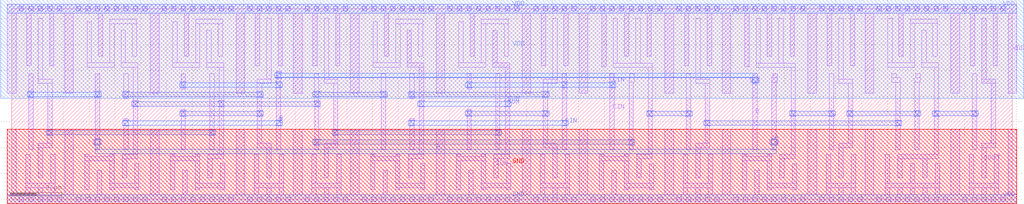
<source format=lef>
VERSION 5.7 ;
  NOWIREEXTENSIONATPIN ON ;
  DIVIDERCHAR "/" ;
  BUSBITCHARS "[]" ;
MACRO FA
  CLASS CORE ;
  FOREIGN FA ;
  ORIGIN 0.000 0.000 ;
  SIZE 38.850 BY 7.400 ;
  SYMMETRY X Y R90 ;
  SITE unitrh ;
  PIN SUM
    DIRECTION OUTPUT ;
    USE SIGNAL ;
    ANTENNADIFFAREA 1.543800 ;
    PORT
      LAYER li1 ;
        RECT 15.345 5.290 15.515 6.560 ;
        RECT 18.675 5.290 18.845 6.560 ;
        RECT 15.345 5.120 15.995 5.290 ;
        RECT 18.675 5.120 19.325 5.290 ;
        RECT 15.825 1.740 15.995 5.120 ;
        RECT 19.155 1.740 19.325 5.120 ;
        RECT 15.385 1.570 15.995 1.740 ;
        RECT 18.715 1.570 19.325 1.740 ;
        RECT 15.385 0.840 15.555 1.570 ;
        RECT 18.715 0.840 18.885 1.570 ;
      LAYER mcon ;
        RECT 15.825 3.615 15.995 3.785 ;
        RECT 19.155 3.615 19.325 3.785 ;
      LAYER met1 ;
        RECT 15.795 3.785 16.025 3.815 ;
        RECT 19.125 3.785 19.355 3.815 ;
        RECT 15.765 3.615 19.385 3.785 ;
        RECT 15.795 3.585 16.025 3.615 ;
        RECT 19.125 3.585 19.355 3.615 ;
    END
  END SUM
  PIN COUT
    DIRECTION OUTPUT ;
    USE SIGNAL ;
    ANTENNADIFFAREA 0.771900 ;
    PORT
      LAYER li1 ;
        RECT 37.660 4.665 37.830 7.020 ;
        RECT 37.660 4.495 38.195 4.665 ;
        RECT 38.025 2.165 38.195 4.495 ;
        RECT 37.655 1.995 38.195 2.165 ;
        RECT 37.655 0.840 37.825 1.995 ;
    END
  END COUT
  PIN A
    DIRECTION INPUT ;
    USE SIGNAL ;
    ANTENNAGATEAREA 3.087750 ;
    PORT
      LAYER li1 ;
        RECT 0.655 1.920 0.825 4.865 ;
        RECT 3.245 2.305 3.415 4.865 ;
        RECT 29.545 4.710 29.715 4.865 ;
        RECT 29.515 4.535 29.715 4.710 ;
        RECT 29.515 2.305 29.685 4.535 ;
        RECT 3.165 2.135 3.495 2.305 ;
        RECT 29.435 2.135 29.765 2.305 ;
        RECT 3.245 1.920 3.415 2.135 ;
        RECT 29.515 1.915 29.685 2.135 ;
      LAYER mcon ;
        RECT 0.655 3.985 0.825 4.155 ;
        RECT 3.245 3.985 3.415 4.155 ;
        RECT 3.245 2.135 3.415 2.305 ;
        RECT 29.515 2.135 29.685 2.305 ;
      LAYER met1 ;
        RECT 0.625 4.155 0.855 4.185 ;
        RECT 3.215 4.155 3.445 4.185 ;
        RECT 0.595 3.985 3.475 4.155 ;
        RECT 0.625 3.955 0.855 3.985 ;
        RECT 3.215 3.955 3.445 3.985 ;
        RECT 3.245 2.335 3.415 2.365 ;
        RECT 29.515 2.335 29.685 2.365 ;
        RECT 3.215 2.105 3.445 2.335 ;
        RECT 29.485 2.105 29.715 2.335 ;
        RECT 3.245 1.935 3.415 2.105 ;
        RECT 29.515 1.935 29.685 2.105 ;
        RECT 3.245 1.765 29.685 1.935 ;
    END
  END A
  PIN B
    DIRECTION INPUT ;
    USE SIGNAL ;
    ANTENNAGATEAREA 3.087750 ;
    PORT
      LAYER li1 ;
        RECT 6.575 4.275 6.745 4.865 ;
        RECT 4.355 1.920 4.525 3.125 ;
        RECT 10.275 1.920 10.445 4.975 ;
        RECT 28.775 4.715 28.945 4.895 ;
        RECT 28.695 4.545 29.025 4.715 ;
        RECT 28.775 1.915 28.945 4.545 ;
      LAYER mcon ;
        RECT 6.575 4.355 6.745 4.525 ;
        RECT 10.275 4.725 10.445 4.895 ;
        RECT 28.775 4.545 28.945 4.715 ;
        RECT 10.275 4.355 10.445 4.525 ;
        RECT 4.355 2.875 4.525 3.045 ;
        RECT 10.275 2.875 10.445 3.045 ;
      LAYER met1 ;
        RECT 10.245 4.895 10.475 4.925 ;
        RECT 10.215 4.745 28.945 4.895 ;
        RECT 10.215 4.725 28.975 4.745 ;
        RECT 10.245 4.695 10.475 4.725 ;
        RECT 6.545 4.525 6.775 4.555 ;
        RECT 10.245 4.525 10.475 4.555 ;
        RECT 6.515 4.355 10.505 4.525 ;
        RECT 28.745 4.515 28.975 4.725 ;
        RECT 28.775 4.485 28.945 4.515 ;
        RECT 6.545 4.325 6.775 4.355 ;
        RECT 10.245 4.325 10.475 4.355 ;
        RECT 4.325 3.045 4.555 3.075 ;
        RECT 10.245 3.045 10.475 3.075 ;
        RECT 4.295 2.875 10.505 3.045 ;
        RECT 4.325 2.845 4.555 2.875 ;
        RECT 10.245 2.845 10.475 2.875 ;
    END
  END B
  PIN CIN
    DIRECTION INPUT ;
    USE SIGNAL ;
    ANTENNAGATEAREA 3.087750 ;
    PORT
      LAYER li1 ;
        RECT 17.675 4.275 17.845 4.865 ;
        RECT 15.455 1.920 15.625 3.125 ;
        RECT 21.375 1.920 21.545 4.865 ;
        RECT 23.225 1.915 23.395 4.865 ;
      LAYER mcon ;
        RECT 17.675 4.355 17.845 4.525 ;
        RECT 21.375 4.355 21.545 4.525 ;
        RECT 15.455 2.875 15.625 3.045 ;
        RECT 21.375 2.875 21.545 3.045 ;
        RECT 23.225 4.355 23.395 4.525 ;
      LAYER met1 ;
        RECT 17.645 4.525 17.875 4.555 ;
        RECT 21.345 4.525 21.575 4.555 ;
        RECT 23.195 4.525 23.425 4.555 ;
        RECT 17.615 4.355 23.455 4.525 ;
        RECT 17.645 4.325 17.875 4.355 ;
        RECT 21.345 4.325 21.575 4.355 ;
        RECT 23.195 4.325 23.425 4.355 ;
        RECT 15.425 3.045 15.655 3.075 ;
        RECT 21.345 3.045 21.575 3.075 ;
        RECT 15.395 2.875 21.605 3.045 ;
        RECT 15.425 2.845 15.655 2.875 ;
        RECT 21.345 2.845 21.575 2.875 ;
    END
  END CIN
  PIN VDD
    DIRECTION INOUT ;
    USE POWER ;
    SHAPE ABUTMENT ;
    PORT
      LAYER nwell ;
        RECT -0.435 3.930 39.285 7.750 ;
      LAYER li1 ;
        RECT -0.170 7.230 39.020 7.570 ;
        RECT -0.170 4.110 0.170 7.230 ;
        RECT 0.590 5.185 0.760 7.230 ;
        RECT 1.470 5.185 1.640 7.230 ;
        RECT 2.050 4.110 2.390 7.230 ;
        RECT 3.365 5.550 3.535 7.230 ;
        RECT 5.380 4.110 5.720 7.230 ;
        RECT 6.695 5.550 6.865 7.230 ;
        RECT 8.710 4.110 9.050 7.230 ;
        RECT 9.460 5.185 9.630 7.230 ;
        RECT 10.340 5.185 10.510 7.230 ;
        RECT 10.930 4.110 11.270 7.230 ;
        RECT 11.690 5.185 11.860 7.230 ;
        RECT 12.570 5.185 12.740 7.230 ;
        RECT 13.150 4.110 13.490 7.230 ;
        RECT 14.465 5.550 14.635 7.230 ;
        RECT 16.480 4.110 16.820 7.230 ;
        RECT 17.795 5.550 17.965 7.230 ;
        RECT 19.810 4.110 20.150 7.230 ;
        RECT 20.560 5.185 20.730 7.230 ;
        RECT 21.440 5.185 21.610 7.230 ;
        RECT 22.030 4.110 22.370 7.230 ;
        RECT 22.905 5.135 23.075 7.230 ;
        RECT 23.785 5.555 23.955 7.230 ;
        RECT 24.665 5.555 24.835 7.230 ;
        RECT 25.360 4.110 25.700 7.230 ;
        RECT 26.120 5.185 26.290 7.230 ;
        RECT 27.000 5.185 27.170 7.230 ;
        RECT 27.580 4.110 27.920 7.230 ;
        RECT 28.455 5.135 28.625 7.230 ;
        RECT 29.335 5.555 29.505 7.230 ;
        RECT 30.215 5.555 30.385 7.230 ;
        RECT 30.910 4.110 31.250 7.230 ;
        RECT 31.670 5.185 31.840 7.230 ;
        RECT 32.550 5.185 32.720 7.230 ;
        RECT 33.130 4.110 33.470 7.230 ;
        RECT 34.445 5.555 34.615 7.230 ;
        RECT 36.460 4.110 36.800 7.230 ;
        RECT 37.220 5.185 37.390 7.230 ;
        RECT 38.100 5.185 38.270 7.230 ;
        RECT 38.680 4.110 39.020 7.230 ;
      LAYER mcon ;
        RECT 0.285 7.315 0.455 7.485 ;
        RECT 0.655 7.315 0.825 7.485 ;
        RECT 1.025 7.315 1.195 7.485 ;
        RECT 1.395 7.315 1.565 7.485 ;
        RECT 1.765 7.315 1.935 7.485 ;
        RECT 2.505 7.315 2.675 7.485 ;
        RECT 2.875 7.315 3.045 7.485 ;
        RECT 3.245 7.315 3.415 7.485 ;
        RECT 3.615 7.315 3.785 7.485 ;
        RECT 3.985 7.315 4.155 7.485 ;
        RECT 4.355 7.315 4.525 7.485 ;
        RECT 4.725 7.315 4.895 7.485 ;
        RECT 5.095 7.315 5.265 7.485 ;
        RECT 5.835 7.315 6.005 7.485 ;
        RECT 6.205 7.315 6.375 7.485 ;
        RECT 6.575 7.315 6.745 7.485 ;
        RECT 6.945 7.315 7.115 7.485 ;
        RECT 7.315 7.315 7.485 7.485 ;
        RECT 7.685 7.315 7.855 7.485 ;
        RECT 8.055 7.315 8.225 7.485 ;
        RECT 8.425 7.315 8.595 7.485 ;
        RECT 9.165 7.315 9.335 7.485 ;
        RECT 9.535 7.315 9.705 7.485 ;
        RECT 9.905 7.315 10.075 7.485 ;
        RECT 10.275 7.315 10.445 7.485 ;
        RECT 10.645 7.315 10.815 7.485 ;
        RECT 11.385 7.315 11.555 7.485 ;
        RECT 11.755 7.315 11.925 7.485 ;
        RECT 12.125 7.315 12.295 7.485 ;
        RECT 12.495 7.315 12.665 7.485 ;
        RECT 12.865 7.315 13.035 7.485 ;
        RECT 13.605 7.315 13.775 7.485 ;
        RECT 13.975 7.315 14.145 7.485 ;
        RECT 14.345 7.315 14.515 7.485 ;
        RECT 14.715 7.315 14.885 7.485 ;
        RECT 15.085 7.315 15.255 7.485 ;
        RECT 15.455 7.315 15.625 7.485 ;
        RECT 15.825 7.315 15.995 7.485 ;
        RECT 16.195 7.315 16.365 7.485 ;
        RECT 16.935 7.315 17.105 7.485 ;
        RECT 17.305 7.315 17.475 7.485 ;
        RECT 17.675 7.315 17.845 7.485 ;
        RECT 18.045 7.315 18.215 7.485 ;
        RECT 18.415 7.315 18.585 7.485 ;
        RECT 18.785 7.315 18.955 7.485 ;
        RECT 19.155 7.315 19.325 7.485 ;
        RECT 19.525 7.315 19.695 7.485 ;
        RECT 20.265 7.315 20.435 7.485 ;
        RECT 20.635 7.315 20.805 7.485 ;
        RECT 21.005 7.315 21.175 7.485 ;
        RECT 21.375 7.315 21.545 7.485 ;
        RECT 21.745 7.315 21.915 7.485 ;
        RECT 22.485 7.315 22.655 7.485 ;
        RECT 22.855 7.315 23.025 7.485 ;
        RECT 23.225 7.315 23.395 7.485 ;
        RECT 23.595 7.315 23.765 7.485 ;
        RECT 23.965 7.315 24.135 7.485 ;
        RECT 24.335 7.315 24.505 7.485 ;
        RECT 24.705 7.315 24.875 7.485 ;
        RECT 25.075 7.315 25.245 7.485 ;
        RECT 25.815 7.315 25.985 7.485 ;
        RECT 26.185 7.315 26.355 7.485 ;
        RECT 26.555 7.315 26.725 7.485 ;
        RECT 26.925 7.315 27.095 7.485 ;
        RECT 27.295 7.315 27.465 7.485 ;
        RECT 28.035 7.315 28.205 7.485 ;
        RECT 28.405 7.315 28.575 7.485 ;
        RECT 28.775 7.315 28.945 7.485 ;
        RECT 29.145 7.315 29.315 7.485 ;
        RECT 29.515 7.315 29.685 7.485 ;
        RECT 29.885 7.315 30.055 7.485 ;
        RECT 30.255 7.315 30.425 7.485 ;
        RECT 30.625 7.315 30.795 7.485 ;
        RECT 31.365 7.315 31.535 7.485 ;
        RECT 31.735 7.315 31.905 7.485 ;
        RECT 32.105 7.315 32.275 7.485 ;
        RECT 32.475 7.315 32.645 7.485 ;
        RECT 32.845 7.315 33.015 7.485 ;
        RECT 33.585 7.315 33.755 7.485 ;
        RECT 33.955 7.315 34.125 7.485 ;
        RECT 34.325 7.315 34.495 7.485 ;
        RECT 34.695 7.315 34.865 7.485 ;
        RECT 35.065 7.315 35.235 7.485 ;
        RECT 35.435 7.315 35.605 7.485 ;
        RECT 35.805 7.315 35.975 7.485 ;
        RECT 36.175 7.315 36.345 7.485 ;
        RECT 36.915 7.315 37.085 7.485 ;
        RECT 37.285 7.315 37.455 7.485 ;
        RECT 37.655 7.315 37.825 7.485 ;
        RECT 38.025 7.315 38.195 7.485 ;
        RECT 38.395 7.315 38.565 7.485 ;
      LAYER met1 ;
        RECT -0.170 7.230 39.020 7.570 ;
    END
  END VDD
  PIN GND
    DIRECTION INOUT ;
    USE GROUND ;
    SHAPE ABUTMENT ;
    PORT
      LAYER pwell ;
        RECT -0.170 -0.170 39.020 2.720 ;
      LAYER li1 ;
        RECT -0.170 0.170 0.170 2.720 ;
        RECT 0.545 0.620 0.715 1.750 ;
        RECT 1.515 0.620 1.685 1.750 ;
        RECT 0.545 0.450 1.685 0.620 ;
        RECT 0.545 0.170 0.715 0.450 ;
        RECT 1.030 0.170 1.200 0.450 ;
        RECT 1.515 0.170 1.685 0.450 ;
        RECT 2.050 0.170 2.390 2.720 ;
        RECT 3.315 0.170 3.485 1.125 ;
        RECT 5.380 0.170 5.720 2.720 ;
        RECT 6.645 0.170 6.815 1.125 ;
        RECT 8.710 0.170 9.050 2.720 ;
        RECT 9.415 0.620 9.585 1.750 ;
        RECT 10.385 0.620 10.555 1.750 ;
        RECT 9.415 0.450 10.555 0.620 ;
        RECT 9.415 0.170 9.585 0.450 ;
        RECT 9.900 0.170 10.070 0.450 ;
        RECT 10.385 0.170 10.555 0.450 ;
        RECT 10.930 0.170 11.270 2.720 ;
        RECT 11.645 0.620 11.815 1.750 ;
        RECT 12.615 0.620 12.785 1.750 ;
        RECT 11.645 0.450 12.785 0.620 ;
        RECT 11.645 0.170 11.815 0.450 ;
        RECT 12.130 0.170 12.300 0.450 ;
        RECT 12.615 0.170 12.785 0.450 ;
        RECT 13.150 0.170 13.490 2.720 ;
        RECT 14.415 0.170 14.585 1.125 ;
        RECT 16.480 0.170 16.820 2.720 ;
        RECT 17.745 0.170 17.915 1.125 ;
        RECT 19.810 0.170 20.150 2.720 ;
        RECT 20.515 0.620 20.685 1.750 ;
        RECT 21.485 0.620 21.655 1.750 ;
        RECT 20.515 0.450 21.655 0.620 ;
        RECT 20.515 0.170 20.685 0.450 ;
        RECT 21.000 0.170 21.170 0.450 ;
        RECT 21.485 0.170 21.655 0.450 ;
        RECT 22.030 0.170 22.370 2.720 ;
        RECT 23.295 0.170 23.465 1.120 ;
        RECT 25.360 0.170 25.700 2.720 ;
        RECT 26.075 0.620 26.245 1.750 ;
        RECT 27.045 0.620 27.215 1.750 ;
        RECT 26.075 0.450 27.215 0.620 ;
        RECT 26.075 0.170 26.245 0.450 ;
        RECT 26.560 0.170 26.730 0.450 ;
        RECT 27.045 0.170 27.215 0.450 ;
        RECT 27.580 0.170 27.920 2.720 ;
        RECT 28.845 0.170 29.015 1.120 ;
        RECT 30.910 0.170 31.250 2.720 ;
        RECT 31.625 0.620 31.795 1.750 ;
        RECT 32.595 0.620 32.765 1.750 ;
        RECT 31.625 0.450 32.765 0.620 ;
        RECT 31.625 0.170 31.795 0.450 ;
        RECT 32.110 0.170 32.280 0.450 ;
        RECT 32.595 0.170 32.765 0.450 ;
        RECT 33.130 0.170 33.470 2.720 ;
        RECT 33.910 0.615 34.080 1.745 ;
        RECT 34.880 0.615 35.050 1.390 ;
        RECT 35.850 0.615 36.020 1.390 ;
        RECT 33.910 0.445 36.020 0.615 ;
        RECT 33.910 0.170 34.080 0.445 ;
        RECT 34.395 0.170 34.565 0.445 ;
        RECT 34.880 0.170 35.050 0.445 ;
        RECT 35.365 0.170 35.535 0.445 ;
        RECT 35.850 0.170 36.020 0.445 ;
        RECT 36.460 0.170 36.800 2.720 ;
        RECT 37.175 0.620 37.345 1.750 ;
        RECT 38.145 0.620 38.315 1.750 ;
        RECT 37.175 0.450 38.315 0.620 ;
        RECT 37.175 0.170 37.345 0.450 ;
        RECT 37.660 0.170 37.830 0.450 ;
        RECT 38.145 0.170 38.315 0.450 ;
        RECT 38.680 0.170 39.020 2.720 ;
        RECT -0.170 -0.170 39.020 0.170 ;
      LAYER mcon ;
        RECT 0.285 -0.085 0.455 0.085 ;
        RECT 0.655 -0.085 0.825 0.085 ;
        RECT 1.025 -0.085 1.195 0.085 ;
        RECT 1.395 -0.085 1.565 0.085 ;
        RECT 1.765 -0.085 1.935 0.085 ;
        RECT 2.505 -0.085 2.675 0.085 ;
        RECT 2.875 -0.085 3.045 0.085 ;
        RECT 3.245 -0.085 3.415 0.085 ;
        RECT 3.615 -0.085 3.785 0.085 ;
        RECT 3.985 -0.085 4.155 0.085 ;
        RECT 4.355 -0.085 4.525 0.085 ;
        RECT 4.725 -0.085 4.895 0.085 ;
        RECT 5.095 -0.085 5.265 0.085 ;
        RECT 5.835 -0.085 6.005 0.085 ;
        RECT 6.205 -0.085 6.375 0.085 ;
        RECT 6.575 -0.085 6.745 0.085 ;
        RECT 6.945 -0.085 7.115 0.085 ;
        RECT 7.315 -0.085 7.485 0.085 ;
        RECT 7.685 -0.085 7.855 0.085 ;
        RECT 8.055 -0.085 8.225 0.085 ;
        RECT 8.425 -0.085 8.595 0.085 ;
        RECT 9.165 -0.085 9.335 0.085 ;
        RECT 9.535 -0.085 9.705 0.085 ;
        RECT 9.905 -0.085 10.075 0.085 ;
        RECT 10.275 -0.085 10.445 0.085 ;
        RECT 10.645 -0.085 10.815 0.085 ;
        RECT 11.385 -0.085 11.555 0.085 ;
        RECT 11.755 -0.085 11.925 0.085 ;
        RECT 12.125 -0.085 12.295 0.085 ;
        RECT 12.495 -0.085 12.665 0.085 ;
        RECT 12.865 -0.085 13.035 0.085 ;
        RECT 13.605 -0.085 13.775 0.085 ;
        RECT 13.975 -0.085 14.145 0.085 ;
        RECT 14.345 -0.085 14.515 0.085 ;
        RECT 14.715 -0.085 14.885 0.085 ;
        RECT 15.085 -0.085 15.255 0.085 ;
        RECT 15.455 -0.085 15.625 0.085 ;
        RECT 15.825 -0.085 15.995 0.085 ;
        RECT 16.195 -0.085 16.365 0.085 ;
        RECT 16.935 -0.085 17.105 0.085 ;
        RECT 17.305 -0.085 17.475 0.085 ;
        RECT 17.675 -0.085 17.845 0.085 ;
        RECT 18.045 -0.085 18.215 0.085 ;
        RECT 18.415 -0.085 18.585 0.085 ;
        RECT 18.785 -0.085 18.955 0.085 ;
        RECT 19.155 -0.085 19.325 0.085 ;
        RECT 19.525 -0.085 19.695 0.085 ;
        RECT 20.265 -0.085 20.435 0.085 ;
        RECT 20.635 -0.085 20.805 0.085 ;
        RECT 21.005 -0.085 21.175 0.085 ;
        RECT 21.375 -0.085 21.545 0.085 ;
        RECT 21.745 -0.085 21.915 0.085 ;
        RECT 22.485 -0.085 22.655 0.085 ;
        RECT 22.855 -0.085 23.025 0.085 ;
        RECT 23.225 -0.085 23.395 0.085 ;
        RECT 23.595 -0.085 23.765 0.085 ;
        RECT 23.965 -0.085 24.135 0.085 ;
        RECT 24.335 -0.085 24.505 0.085 ;
        RECT 24.705 -0.085 24.875 0.085 ;
        RECT 25.075 -0.085 25.245 0.085 ;
        RECT 25.815 -0.085 25.985 0.085 ;
        RECT 26.185 -0.085 26.355 0.085 ;
        RECT 26.555 -0.085 26.725 0.085 ;
        RECT 26.925 -0.085 27.095 0.085 ;
        RECT 27.295 -0.085 27.465 0.085 ;
        RECT 28.035 -0.085 28.205 0.085 ;
        RECT 28.405 -0.085 28.575 0.085 ;
        RECT 28.775 -0.085 28.945 0.085 ;
        RECT 29.145 -0.085 29.315 0.085 ;
        RECT 29.515 -0.085 29.685 0.085 ;
        RECT 29.885 -0.085 30.055 0.085 ;
        RECT 30.255 -0.085 30.425 0.085 ;
        RECT 30.625 -0.085 30.795 0.085 ;
        RECT 31.365 -0.085 31.535 0.085 ;
        RECT 31.735 -0.085 31.905 0.085 ;
        RECT 32.105 -0.085 32.275 0.085 ;
        RECT 32.475 -0.085 32.645 0.085 ;
        RECT 32.845 -0.085 33.015 0.085 ;
        RECT 33.585 -0.085 33.755 0.085 ;
        RECT 33.955 -0.085 34.125 0.085 ;
        RECT 34.325 -0.085 34.495 0.085 ;
        RECT 34.695 -0.085 34.865 0.085 ;
        RECT 35.065 -0.085 35.235 0.085 ;
        RECT 35.435 -0.085 35.605 0.085 ;
        RECT 35.805 -0.085 35.975 0.085 ;
        RECT 36.175 -0.085 36.345 0.085 ;
        RECT 36.915 -0.085 37.085 0.085 ;
        RECT 37.285 -0.085 37.455 0.085 ;
        RECT 37.655 -0.085 37.825 0.085 ;
        RECT 38.025 -0.085 38.195 0.085 ;
        RECT 38.395 -0.085 38.565 0.085 ;
      LAYER met1 ;
        RECT -0.170 -0.170 39.020 0.170 ;
    END
  END GND
  OBS
      LAYER li1 ;
        RECT 1.030 4.665 1.200 7.020 ;
        RECT 2.925 5.290 3.095 6.900 ;
        RECT 3.805 6.820 4.855 6.990 ;
        RECT 3.805 5.290 3.975 6.820 ;
        RECT 2.925 5.120 3.975 5.290 ;
        RECT 4.245 5.290 4.415 6.560 ;
        RECT 4.685 5.550 4.855 6.820 ;
        RECT 6.255 5.290 6.425 6.900 ;
        RECT 7.135 6.820 8.185 6.990 ;
        RECT 7.135 5.290 7.305 6.820 ;
        RECT 4.245 5.120 4.895 5.290 ;
        RECT 6.255 5.120 7.305 5.290 ;
        RECT 7.575 5.290 7.745 6.560 ;
        RECT 8.015 5.550 8.185 6.820 ;
        RECT 7.575 5.120 8.225 5.290 ;
        RECT 1.030 4.495 1.565 4.665 ;
        RECT 1.395 2.165 1.565 4.495 ;
        RECT 4.355 3.905 4.525 4.865 ;
        RECT 1.025 1.995 1.565 2.165 ;
        RECT 1.025 0.840 1.195 1.995 ;
        RECT 2.830 1.670 3.000 1.750 ;
        RECT 3.800 1.670 3.970 1.750 ;
        RECT 4.725 1.740 4.895 5.120 ;
        RECT 6.575 1.920 6.745 3.495 ;
        RECT 7.685 1.920 7.855 4.865 ;
        RECT 2.830 1.500 3.970 1.670 ;
        RECT 2.830 0.370 3.000 1.500 ;
        RECT 3.800 0.620 3.970 1.500 ;
        RECT 4.285 1.570 4.895 1.740 ;
        RECT 6.160 1.670 6.330 1.750 ;
        RECT 7.130 1.670 7.300 1.750 ;
        RECT 8.055 1.740 8.225 5.120 ;
        RECT 9.900 4.665 10.070 7.020 ;
        RECT 9.535 4.495 10.070 4.665 ;
        RECT 9.535 2.165 9.705 4.495 ;
        RECT 9.535 1.995 10.075 2.165 ;
        RECT 4.285 0.840 4.455 1.570 ;
        RECT 6.160 1.500 7.300 1.670 ;
        RECT 4.770 0.620 4.940 1.390 ;
        RECT 3.800 0.450 4.940 0.620 ;
        RECT 3.800 0.370 3.970 0.450 ;
        RECT 4.770 0.370 4.940 0.450 ;
        RECT 6.160 0.370 6.330 1.500 ;
        RECT 7.130 0.620 7.300 1.500 ;
        RECT 7.615 1.570 8.225 1.740 ;
        RECT 7.615 0.840 7.785 1.570 ;
        RECT 8.100 0.620 8.270 1.390 ;
        RECT 9.905 0.840 10.075 1.995 ;
        RECT 11.755 1.920 11.925 4.865 ;
        RECT 12.130 4.665 12.300 7.020 ;
        RECT 14.025 5.290 14.195 6.900 ;
        RECT 14.905 6.820 15.955 6.990 ;
        RECT 14.905 5.290 15.075 6.820 ;
        RECT 15.785 5.550 15.955 6.820 ;
        RECT 14.025 5.120 15.075 5.290 ;
        RECT 17.355 5.290 17.525 6.900 ;
        RECT 18.235 6.820 19.285 6.990 ;
        RECT 18.235 5.290 18.405 6.820 ;
        RECT 19.115 5.550 19.285 6.820 ;
        RECT 17.355 5.120 18.405 5.290 ;
        RECT 12.130 4.495 12.665 4.665 ;
        RECT 12.495 2.165 12.665 4.495 ;
        RECT 12.125 1.995 12.665 2.165 ;
        RECT 12.125 0.840 12.295 1.995 ;
        RECT 14.345 1.920 14.515 4.865 ;
        RECT 15.455 3.905 15.625 4.865 ;
        RECT 17.675 1.920 17.845 3.495 ;
        RECT 18.785 1.920 18.955 4.865 ;
        RECT 21.000 4.665 21.170 7.020 ;
        RECT 23.345 5.285 23.515 7.020 ;
        RECT 24.225 5.285 24.395 7.020 ;
        RECT 23.345 5.115 24.875 5.285 ;
        RECT 23.995 4.710 24.165 4.865 ;
        RECT 20.635 4.495 21.170 4.665 ;
        RECT 23.965 4.535 24.165 4.710 ;
        RECT 20.635 2.165 20.805 4.495 ;
        RECT 20.635 1.995 21.175 2.165 ;
        RECT 13.930 1.670 14.100 1.750 ;
        RECT 14.900 1.670 15.070 1.750 ;
        RECT 13.930 1.500 15.070 1.670 ;
        RECT 7.130 0.450 8.270 0.620 ;
        RECT 7.130 0.370 7.300 0.450 ;
        RECT 8.100 0.370 8.270 0.450 ;
        RECT 13.930 0.370 14.100 1.500 ;
        RECT 14.900 0.620 15.070 1.500 ;
        RECT 17.260 1.670 17.430 1.750 ;
        RECT 18.230 1.670 18.400 1.750 ;
        RECT 17.260 1.500 18.400 1.670 ;
        RECT 15.870 0.620 16.040 1.390 ;
        RECT 14.900 0.450 16.040 0.620 ;
        RECT 14.900 0.370 15.070 0.450 ;
        RECT 15.870 0.370 16.040 0.450 ;
        RECT 17.260 0.370 17.430 1.500 ;
        RECT 18.230 0.620 18.400 1.500 ;
        RECT 19.200 0.620 19.370 1.390 ;
        RECT 21.005 0.840 21.175 1.995 ;
        RECT 23.965 1.915 24.135 4.535 ;
        RECT 22.810 1.665 22.980 1.745 ;
        RECT 23.780 1.665 23.950 1.745 ;
        RECT 24.705 1.740 24.875 5.115 ;
        RECT 26.185 1.920 26.355 4.865 ;
        RECT 26.560 4.665 26.730 7.020 ;
        RECT 28.895 5.285 29.065 7.020 ;
        RECT 29.775 5.285 29.945 7.020 ;
        RECT 28.895 5.115 30.425 5.285 ;
        RECT 26.560 4.495 27.095 4.665 ;
        RECT 26.925 2.165 27.095 4.495 ;
        RECT 26.555 1.995 27.095 2.165 ;
        RECT 22.810 1.495 23.950 1.665 ;
        RECT 18.230 0.450 19.370 0.620 ;
        RECT 18.230 0.370 18.400 0.450 ;
        RECT 19.200 0.370 19.370 0.450 ;
        RECT 22.810 0.365 22.980 1.495 ;
        RECT 23.780 0.615 23.950 1.495 ;
        RECT 24.265 1.570 24.875 1.740 ;
        RECT 24.265 0.835 24.435 1.570 ;
        RECT 24.750 0.615 24.920 1.385 ;
        RECT 26.555 0.840 26.725 1.995 ;
        RECT 28.360 1.665 28.530 1.745 ;
        RECT 29.330 1.665 29.500 1.745 ;
        RECT 30.255 1.740 30.425 5.115 ;
        RECT 31.735 1.920 31.905 4.865 ;
        RECT 32.110 4.665 32.280 7.020 ;
        RECT 34.005 5.295 34.175 7.025 ;
        RECT 34.885 6.825 35.935 6.995 ;
        RECT 34.885 5.295 35.055 6.825 ;
        RECT 34.005 5.125 35.055 5.295 ;
        RECT 35.325 5.295 35.495 6.565 ;
        RECT 35.765 5.555 35.935 6.825 ;
        RECT 35.325 5.125 35.975 5.295 ;
        RECT 34.170 4.710 34.340 4.870 ;
        RECT 35.100 4.710 35.270 4.870 ;
        RECT 32.110 4.495 32.645 4.665 ;
        RECT 34.170 4.540 34.495 4.710 ;
        RECT 32.475 2.165 32.645 4.495 ;
        RECT 32.105 1.995 32.645 2.165 ;
        RECT 28.360 1.495 29.500 1.665 ;
        RECT 23.780 0.445 24.920 0.615 ;
        RECT 23.780 0.365 23.950 0.445 ;
        RECT 24.750 0.365 24.920 0.445 ;
        RECT 28.360 0.365 28.530 1.495 ;
        RECT 29.330 0.615 29.500 1.495 ;
        RECT 29.815 1.570 30.425 1.740 ;
        RECT 29.815 0.835 29.985 1.570 ;
        RECT 30.300 0.615 30.470 1.385 ;
        RECT 32.105 0.840 32.275 1.995 ;
        RECT 34.325 1.915 34.495 4.540 ;
        RECT 35.065 4.540 35.270 4.710 ;
        RECT 35.065 1.915 35.235 4.540 ;
        RECT 35.805 1.740 35.975 5.125 ;
        RECT 37.285 1.920 37.455 4.865 ;
        RECT 34.395 1.570 35.975 1.740 ;
        RECT 34.395 0.835 34.565 1.570 ;
        RECT 35.365 0.835 35.535 1.570 ;
        RECT 29.330 0.445 30.470 0.615 ;
        RECT 29.330 0.365 29.500 0.445 ;
        RECT 30.300 0.365 30.470 0.445 ;
      LAYER mcon ;
        RECT 4.355 3.985 4.525 4.155 ;
        RECT 1.395 2.505 1.565 2.675 ;
        RECT 4.725 3.615 4.895 3.785 ;
        RECT 6.575 3.245 6.745 3.415 ;
        RECT 7.685 2.505 7.855 2.675 ;
        RECT 8.055 3.615 8.225 3.785 ;
        RECT 9.535 3.985 9.705 4.155 ;
        RECT 9.535 3.245 9.705 3.415 ;
        RECT 11.755 3.985 11.925 4.155 ;
        RECT 11.755 3.615 11.925 3.785 ;
        RECT 11.755 2.135 11.925 2.305 ;
        RECT 12.495 2.505 12.665 2.675 ;
        RECT 14.345 3.985 14.515 4.155 ;
        RECT 15.455 3.985 15.625 4.155 ;
        RECT 17.675 3.245 17.845 3.415 ;
        RECT 18.785 2.505 18.955 2.675 ;
        RECT 20.635 3.985 20.805 4.155 ;
        RECT 20.635 3.245 20.805 3.415 ;
        RECT 23.965 2.135 24.135 2.305 ;
        RECT 24.705 3.245 24.875 3.415 ;
        RECT 26.185 3.245 26.355 3.415 ;
        RECT 26.925 2.875 27.095 3.045 ;
        RECT 30.255 3.245 30.425 3.415 ;
        RECT 31.735 3.245 31.905 3.415 ;
        RECT 32.475 3.245 32.645 3.415 ;
        RECT 34.325 2.875 34.495 3.045 ;
        RECT 35.065 3.245 35.235 3.415 ;
        RECT 35.805 3.245 35.975 3.415 ;
        RECT 37.285 3.245 37.455 3.415 ;
      LAYER met1 ;
        RECT 4.325 4.155 4.555 4.185 ;
        RECT 9.505 4.155 9.735 4.185 ;
        RECT 11.725 4.155 11.955 4.185 ;
        RECT 14.315 4.155 14.545 4.185 ;
        RECT 15.425 4.155 15.655 4.185 ;
        RECT 20.605 4.155 20.835 4.185 ;
        RECT 4.295 3.985 9.765 4.155 ;
        RECT 11.695 3.985 14.575 4.155 ;
        RECT 15.395 3.985 20.865 4.155 ;
        RECT 4.325 3.955 4.555 3.985 ;
        RECT 9.505 3.955 9.735 3.985 ;
        RECT 11.725 3.955 11.955 3.985 ;
        RECT 14.315 3.955 14.545 3.985 ;
        RECT 15.425 3.955 15.655 3.985 ;
        RECT 20.605 3.955 20.835 3.985 ;
        RECT 4.695 3.785 4.925 3.815 ;
        RECT 8.025 3.785 8.255 3.815 ;
        RECT 11.725 3.785 11.955 3.815 ;
        RECT 4.665 3.615 11.985 3.785 ;
        RECT 4.695 3.585 4.925 3.615 ;
        RECT 8.025 3.585 8.255 3.615 ;
        RECT 11.725 3.585 11.955 3.615 ;
        RECT 6.545 3.415 6.775 3.445 ;
        RECT 9.505 3.415 9.735 3.445 ;
        RECT 17.645 3.415 17.875 3.445 ;
        RECT 20.605 3.415 20.835 3.445 ;
        RECT 24.675 3.415 24.905 3.445 ;
        RECT 26.155 3.415 26.385 3.445 ;
        RECT 30.225 3.415 30.455 3.445 ;
        RECT 31.705 3.415 31.935 3.445 ;
        RECT 32.445 3.415 32.675 3.445 ;
        RECT 35.035 3.415 35.265 3.445 ;
        RECT 35.775 3.415 36.005 3.445 ;
        RECT 37.255 3.415 37.485 3.445 ;
        RECT 6.515 3.245 9.765 3.415 ;
        RECT 17.615 3.245 20.865 3.415 ;
        RECT 24.645 3.245 26.415 3.415 ;
        RECT 30.195 3.245 31.965 3.415 ;
        RECT 32.415 3.245 35.295 3.415 ;
        RECT 35.745 3.245 37.515 3.415 ;
        RECT 6.545 3.215 6.775 3.245 ;
        RECT 9.505 3.215 9.735 3.245 ;
        RECT 17.645 3.215 17.875 3.245 ;
        RECT 20.605 3.215 20.835 3.245 ;
        RECT 24.675 3.215 24.905 3.245 ;
        RECT 26.155 3.215 26.385 3.245 ;
        RECT 30.225 3.215 30.455 3.245 ;
        RECT 31.705 3.215 31.935 3.245 ;
        RECT 32.445 3.215 32.675 3.245 ;
        RECT 35.035 3.215 35.265 3.245 ;
        RECT 35.775 3.215 36.005 3.245 ;
        RECT 37.255 3.215 37.485 3.245 ;
        RECT 26.895 3.045 27.125 3.075 ;
        RECT 34.295 3.045 34.525 3.075 ;
        RECT 26.865 2.875 34.555 3.045 ;
        RECT 26.895 2.845 27.125 2.875 ;
        RECT 34.295 2.845 34.525 2.875 ;
        RECT 1.365 2.675 1.595 2.705 ;
        RECT 7.655 2.675 7.885 2.705 ;
        RECT 12.465 2.675 12.695 2.705 ;
        RECT 18.755 2.675 18.985 2.705 ;
        RECT 1.335 2.505 7.915 2.675 ;
        RECT 12.435 2.505 19.015 2.675 ;
        RECT 1.365 2.475 1.595 2.505 ;
        RECT 7.655 2.475 7.885 2.505 ;
        RECT 12.465 2.475 12.695 2.505 ;
        RECT 18.755 2.475 18.985 2.505 ;
        RECT 11.725 2.305 11.955 2.335 ;
        RECT 23.935 2.305 24.165 2.335 ;
        RECT 11.695 2.135 24.195 2.305 ;
        RECT 11.725 2.105 11.955 2.135 ;
        RECT 23.935 2.105 24.165 2.135 ;
  END
END FA
END LIBRARY


</source>
